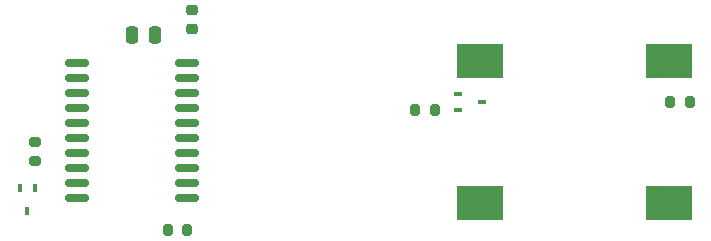
<source format=gbr>
%TF.GenerationSoftware,KiCad,Pcbnew,(6.0.2)*%
%TF.CreationDate,2022-06-07T19:59:40+02:00*%
%TF.ProjectId,cup_sense,6375705f-7365-46e7-9365-2e6b69636164,rev?*%
%TF.SameCoordinates,Original*%
%TF.FileFunction,Paste,Bot*%
%TF.FilePolarity,Positive*%
%FSLAX46Y46*%
G04 Gerber Fmt 4.6, Leading zero omitted, Abs format (unit mm)*
G04 Created by KiCad (PCBNEW (6.0.2)) date 2022-06-07 19:59:40*
%MOMM*%
%LPD*%
G01*
G04 APERTURE LIST*
G04 Aperture macros list*
%AMRoundRect*
0 Rectangle with rounded corners*
0 $1 Rounding radius*
0 $2 $3 $4 $5 $6 $7 $8 $9 X,Y pos of 4 corners*
0 Add a 4 corners polygon primitive as box body*
4,1,4,$2,$3,$4,$5,$6,$7,$8,$9,$2,$3,0*
0 Add four circle primitives for the rounded corners*
1,1,$1+$1,$2,$3*
1,1,$1+$1,$4,$5*
1,1,$1+$1,$6,$7*
1,1,$1+$1,$8,$9*
0 Add four rect primitives between the rounded corners*
20,1,$1+$1,$2,$3,$4,$5,0*
20,1,$1+$1,$4,$5,$6,$7,0*
20,1,$1+$1,$6,$7,$8,$9,0*
20,1,$1+$1,$8,$9,$2,$3,0*%
G04 Aperture macros list end*
%ADD10R,4.000000X3.000000*%
%ADD11RoundRect,0.200000X0.275000X-0.200000X0.275000X0.200000X-0.275000X0.200000X-0.275000X-0.200000X0*%
%ADD12RoundRect,0.200000X0.200000X0.275000X-0.200000X0.275000X-0.200000X-0.275000X0.200000X-0.275000X0*%
%ADD13RoundRect,0.250000X0.250000X0.475000X-0.250000X0.475000X-0.250000X-0.475000X0.250000X-0.475000X0*%
%ADD14R,0.700000X0.450000*%
%ADD15RoundRect,0.150000X0.875000X0.150000X-0.875000X0.150000X-0.875000X-0.150000X0.875000X-0.150000X0*%
%ADD16RoundRect,0.200000X-0.200000X-0.275000X0.200000X-0.275000X0.200000X0.275000X-0.200000X0.275000X0*%
%ADD17R,0.450000X0.700000*%
%ADD18RoundRect,0.225000X0.250000X-0.225000X0.250000X0.225000X-0.250000X0.225000X-0.250000X-0.225000X0*%
G04 APERTURE END LIST*
D10*
%TO.C,D4*%
X-8000000Y6000000D03*
X8000000Y6000000D03*
%TD*%
%TO.C,Q1*%
X8000000Y-6000000D03*
X-8000000Y-6000000D03*
%TD*%
D11*
%TO.C,R3*%
X-45720000Y-2476000D03*
X-45720000Y-826000D03*
%TD*%
D12*
%TO.C,R4*%
X-32830000Y-8255000D03*
X-34480000Y-8255000D03*
%TD*%
%TO.C,R1*%
X9715000Y2540000D03*
X8065000Y2540000D03*
%TD*%
D13*
%TO.C,C2*%
X-35565000Y8255000D03*
X-37465000Y8255000D03*
%TD*%
D14*
%TO.C,Q2*%
X-9890000Y1890000D03*
X-9890000Y3190000D03*
X-7890000Y2540000D03*
%TD*%
D15*
%TO.C,U1*%
X-32815000Y5845000D03*
X-32815000Y4575000D03*
X-32815000Y3305000D03*
X-32815000Y2035000D03*
X-32815000Y765000D03*
X-32815000Y-505000D03*
X-32815000Y-1775000D03*
X-32815000Y-3045000D03*
X-32815000Y-4315000D03*
X-32815000Y-5585000D03*
X-42115000Y-5585000D03*
X-42115000Y-4315000D03*
X-42115000Y-3045000D03*
X-42115000Y-1775000D03*
X-42115000Y-505000D03*
X-42115000Y765000D03*
X-42115000Y2035000D03*
X-42115000Y3305000D03*
X-42115000Y4575000D03*
X-42115000Y5845000D03*
%TD*%
D16*
%TO.C,R2*%
X-13525001Y1905000D03*
X-11875001Y1905000D03*
%TD*%
D17*
%TO.C,Q3*%
X-47005000Y-4715000D03*
X-45705000Y-4715000D03*
X-46355000Y-6715000D03*
%TD*%
D18*
%TO.C,C1*%
X-32385000Y8750000D03*
X-32385000Y10300000D03*
%TD*%
M02*

</source>
